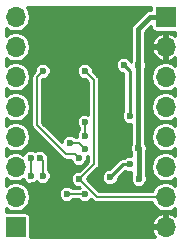
<source format=gbl>
%TF.GenerationSoftware,KiCad,Pcbnew,6.0.0-rc1-unknown-2c0fe8f~66~ubuntu18.04.1*%
%TF.CreationDate,2018-10-10T11:30:18+02:00*%
%TF.ProjectId,stspin220,73747370696E3232302E6B696361645F,rev?*%
%TF.SameCoordinates,Original*%
%TF.FileFunction,Copper,L2,Bot,Signal*%
%TF.FilePolarity,Positive*%
%FSLAX46Y46*%
G04 Gerber Fmt 4.6, Leading zero omitted, Abs format (unit mm)*
G04 Created by KiCad (PCBNEW 6.0.0-rc1-unknown-2c0fe8f~66~ubuntu18.04.1) date Wed Oct 10 11:30:18 2018*
%MOMM*%
%LPD*%
G01*
G04 APERTURE LIST*
%ADD10O,1.700000X1.700000*%
%ADD11R,1.700000X1.700000*%
%ADD12C,0.600000*%
%ADD13C,0.152400*%
%ADD14C,0.279400*%
%ADD15C,0.457200*%
%ADD16C,0.254000*%
G04 APERTURE END LIST*
D10*
X149860000Y-114300000D03*
X149860000Y-111760000D03*
X149860000Y-109220000D03*
X149860000Y-106680000D03*
X149860000Y-104140000D03*
X149860000Y-101600000D03*
X149860000Y-99060000D03*
D11*
X149860000Y-96520000D03*
D10*
X137160000Y-96520000D03*
X137160000Y-99060000D03*
X137160000Y-101600000D03*
X137160000Y-104140000D03*
X137160000Y-106680000D03*
X137160000Y-109220000D03*
X137160000Y-111760000D03*
D11*
X137160000Y-114300000D03*
D12*
X144780000Y-107950000D03*
X144780000Y-106934000D03*
X145796000Y-107950000D03*
X145796000Y-106934000D03*
X139700000Y-96266000D03*
X145288000Y-97790000D03*
X139700000Y-104648000D03*
X142494000Y-109474000D03*
X141986000Y-114300000D03*
X143002000Y-114300000D03*
X147066000Y-114300000D03*
X148082000Y-114300000D03*
X139192000Y-107188000D03*
X144780000Y-99568000D03*
X140970000Y-98044000D03*
X142748000Y-97790000D03*
X138938000Y-113030000D03*
X140462000Y-113030000D03*
X138684000Y-110744000D03*
X138430000Y-100330000D03*
X138430000Y-98298000D03*
X142494000Y-113030000D03*
X143256000Y-112522000D03*
X148844000Y-110490000D03*
X148336000Y-106426000D03*
X148590000Y-100076000D03*
X146050000Y-102108000D03*
X142240000Y-104394000D03*
X148336000Y-104394000D03*
X139446000Y-109982000D03*
X139192000Y-108458000D03*
X143002000Y-105410000D03*
X143002000Y-106606179D03*
X138430000Y-109982000D03*
X138430000Y-108458000D03*
X142494000Y-110236000D03*
X143002000Y-101092000D03*
X142494000Y-108458000D03*
X139446000Y-101092000D03*
X143002000Y-111506000D03*
X141478000Y-111506000D03*
X141732000Y-107188000D03*
X143001215Y-107663390D03*
X146812000Y-108966000D03*
X145139355Y-110087355D03*
X146812000Y-104902000D03*
X146304000Y-100584000D03*
X147574000Y-110236000D03*
X147562024Y-107599890D03*
X147543572Y-100584000D03*
D13*
X139446000Y-109982000D02*
X139446000Y-108712000D01*
X139446000Y-108712000D02*
X139192000Y-108458000D01*
X143002000Y-105410000D02*
X143002000Y-106606179D01*
X138430000Y-109982000D02*
X138430000Y-108458000D01*
X149860000Y-111760000D02*
X144018000Y-111760000D01*
X144018000Y-111760000D02*
X142494000Y-110236000D01*
X142494000Y-110236000D02*
X143764000Y-108966000D01*
X143764000Y-108966000D02*
X143764000Y-101854000D01*
X143764000Y-101854000D02*
X143002000Y-101092000D01*
X138938000Y-101600000D02*
X139446000Y-101092000D01*
X138938000Y-105664000D02*
X138938000Y-101600000D01*
X141432001Y-108158001D02*
X138938000Y-105664000D01*
X142494000Y-108458000D02*
X142194001Y-108158001D01*
X142194001Y-108158001D02*
X141432001Y-108158001D01*
X143002000Y-111506000D02*
X141478000Y-111506000D01*
X142701216Y-107363391D02*
X143001215Y-107663390D01*
X142525825Y-107188000D02*
X142701216Y-107363391D01*
X141732000Y-107188000D02*
X142525825Y-107188000D01*
D14*
X145439354Y-109787356D02*
X145139355Y-110087355D01*
X146260710Y-108966000D02*
X145439354Y-109787356D01*
X146812000Y-108966000D02*
X146260710Y-108966000D01*
X146812000Y-101092000D02*
X146304000Y-100584000D01*
X146812000Y-104902000D02*
X146812000Y-101092000D01*
D15*
X149860000Y-96520000D02*
X148552800Y-96520000D01*
X148552800Y-96520000D02*
X147543572Y-97529228D01*
X147543572Y-107581438D02*
X147562024Y-107599890D01*
X147574000Y-110236000D02*
X147574000Y-107611866D01*
X147574000Y-107611866D02*
X147562024Y-107599890D01*
X147543572Y-102980943D02*
X147543572Y-107581438D01*
X147543572Y-97529228D02*
X147543572Y-100584000D01*
X147543572Y-100584000D02*
X147543572Y-102980943D01*
D16*
G36*
X148621536Y-95910400D02*
X148612836Y-95910400D01*
X148552800Y-95898458D01*
X148492763Y-95910400D01*
X148314946Y-95945770D01*
X148113303Y-96080503D01*
X148079292Y-96131404D01*
X147154978Y-97055719D01*
X147104075Y-97089731D01*
X146969343Y-97291374D01*
X146969342Y-97291375D01*
X146922030Y-97529228D01*
X146933972Y-97589265D01*
X146933973Y-100276163D01*
X146923786Y-100300757D01*
X146881324Y-100198244D01*
X146689756Y-100006676D01*
X146439459Y-99903000D01*
X146168541Y-99903000D01*
X145918244Y-100006676D01*
X145726676Y-100198244D01*
X145623000Y-100448541D01*
X145623000Y-100719459D01*
X145726676Y-100969756D01*
X145918244Y-101161324D01*
X146168541Y-101265000D01*
X146248619Y-101265000D01*
X146291301Y-101307682D01*
X146291300Y-104459620D01*
X146234676Y-104516244D01*
X146131000Y-104766541D01*
X146131000Y-105037459D01*
X146234676Y-105287756D01*
X146426244Y-105479324D01*
X146676541Y-105583000D01*
X146933973Y-105583000D01*
X146933973Y-107336600D01*
X146881024Y-107464431D01*
X146881024Y-107735349D01*
X146964401Y-107936639D01*
X146964401Y-108292017D01*
X146947459Y-108285000D01*
X146676541Y-108285000D01*
X146426244Y-108388676D01*
X146369620Y-108445300D01*
X146311994Y-108445300D01*
X146260710Y-108435099D01*
X146057542Y-108475511D01*
X146001241Y-108513131D01*
X145885306Y-108590596D01*
X145856255Y-108634074D01*
X145107428Y-109382902D01*
X145083975Y-109406355D01*
X145003896Y-109406355D01*
X144753599Y-109510031D01*
X144562031Y-109701599D01*
X144458355Y-109951896D01*
X144458355Y-110222814D01*
X144562031Y-110473111D01*
X144753599Y-110664679D01*
X145003896Y-110768355D01*
X145274814Y-110768355D01*
X145525111Y-110664679D01*
X145716679Y-110473111D01*
X145820355Y-110222814D01*
X145820355Y-110142735D01*
X146423005Y-109540085D01*
X146426244Y-109543324D01*
X146676541Y-109647000D01*
X146947459Y-109647000D01*
X146964400Y-109639983D01*
X146964400Y-109928165D01*
X146893000Y-110100541D01*
X146893000Y-110371459D01*
X146996676Y-110621756D01*
X147188244Y-110813324D01*
X147438541Y-110917000D01*
X147709459Y-110917000D01*
X147959756Y-110813324D01*
X148151324Y-110621756D01*
X148255000Y-110371459D01*
X148255000Y-110100541D01*
X148183600Y-109928165D01*
X148183600Y-107878812D01*
X148243024Y-107735349D01*
X148243024Y-107464431D01*
X148153172Y-107247508D01*
X148153172Y-100891835D01*
X148224572Y-100719459D01*
X148224572Y-100448541D01*
X148153172Y-100276165D01*
X148153172Y-99376980D01*
X148670511Y-99376980D01*
X148794755Y-99676964D01*
X149111944Y-100037652D01*
X149543018Y-100249501D01*
X149733000Y-100189193D01*
X149733000Y-99187000D01*
X148731373Y-99187000D01*
X148670511Y-99376980D01*
X148153172Y-99376980D01*
X148153172Y-98743020D01*
X148670511Y-98743020D01*
X148731373Y-98933000D01*
X149733000Y-98933000D01*
X149733000Y-97930807D01*
X149543018Y-97870499D01*
X149111944Y-98082348D01*
X148794755Y-98443036D01*
X148670511Y-98743020D01*
X148153172Y-98743020D01*
X148153172Y-97781731D01*
X148621536Y-97313368D01*
X148621536Y-97370000D01*
X148651106Y-97518659D01*
X148735314Y-97644686D01*
X148861341Y-97728894D01*
X149010000Y-97758464D01*
X150689000Y-97758464D01*
X150689000Y-98174393D01*
X150608056Y-98082348D01*
X150176982Y-97870499D01*
X149987000Y-97930807D01*
X149987000Y-98933000D01*
X150007000Y-98933000D01*
X150007000Y-99187000D01*
X149987000Y-99187000D01*
X149987000Y-100189193D01*
X150176982Y-100249501D01*
X150608056Y-100037652D01*
X150689000Y-99945607D01*
X150689000Y-100673410D01*
X150340312Y-100440424D01*
X149981239Y-100369000D01*
X149738761Y-100369000D01*
X149379688Y-100440424D01*
X148972499Y-100712499D01*
X148700424Y-101119688D01*
X148604884Y-101600000D01*
X148700424Y-102080312D01*
X148972499Y-102487501D01*
X149379688Y-102759576D01*
X149738761Y-102831000D01*
X149981239Y-102831000D01*
X150340312Y-102759576D01*
X150689000Y-102526590D01*
X150689000Y-103213410D01*
X150340312Y-102980424D01*
X149981239Y-102909000D01*
X149738761Y-102909000D01*
X149379688Y-102980424D01*
X148972499Y-103252499D01*
X148700424Y-103659688D01*
X148604884Y-104140000D01*
X148700424Y-104620312D01*
X148972499Y-105027501D01*
X149379688Y-105299576D01*
X149738761Y-105371000D01*
X149981239Y-105371000D01*
X150340312Y-105299576D01*
X150689000Y-105066590D01*
X150689001Y-105753410D01*
X150340312Y-105520424D01*
X149981239Y-105449000D01*
X149738761Y-105449000D01*
X149379688Y-105520424D01*
X148972499Y-105792499D01*
X148700424Y-106199688D01*
X148604884Y-106680000D01*
X148700424Y-107160312D01*
X148972499Y-107567501D01*
X149379688Y-107839576D01*
X149738761Y-107911000D01*
X149981239Y-107911000D01*
X150340312Y-107839576D01*
X150689001Y-107606590D01*
X150689001Y-108293410D01*
X150340312Y-108060424D01*
X149981239Y-107989000D01*
X149738761Y-107989000D01*
X149379688Y-108060424D01*
X148972499Y-108332499D01*
X148700424Y-108739688D01*
X148604884Y-109220000D01*
X148700424Y-109700312D01*
X148972499Y-110107501D01*
X149379688Y-110379576D01*
X149738761Y-110451000D01*
X149981239Y-110451000D01*
X150340312Y-110379576D01*
X150689001Y-110146590D01*
X150689001Y-110833410D01*
X150340312Y-110600424D01*
X149981239Y-110529000D01*
X149738761Y-110529000D01*
X149379688Y-110600424D01*
X148972499Y-110872499D01*
X148700424Y-111279688D01*
X148695827Y-111302800D01*
X144207378Y-111302800D01*
X143175000Y-110270422D01*
X143175000Y-110201578D01*
X144055449Y-109321130D01*
X144093623Y-109295623D01*
X144194673Y-109144391D01*
X144221200Y-109011030D01*
X144221200Y-109011029D01*
X144230157Y-108966001D01*
X144221200Y-108920971D01*
X144221200Y-101899030D01*
X144230157Y-101854000D01*
X144194673Y-101675609D01*
X144144153Y-101600000D01*
X144093623Y-101524377D01*
X144055449Y-101498870D01*
X143683000Y-101126422D01*
X143683000Y-100956541D01*
X143579324Y-100706244D01*
X143387756Y-100514676D01*
X143137459Y-100411000D01*
X142866541Y-100411000D01*
X142616244Y-100514676D01*
X142424676Y-100706244D01*
X142321000Y-100956541D01*
X142321000Y-101227459D01*
X142424676Y-101477756D01*
X142616244Y-101669324D01*
X142866541Y-101773000D01*
X143036422Y-101773000D01*
X143306801Y-102043380D01*
X143306801Y-104799143D01*
X143137459Y-104729000D01*
X142866541Y-104729000D01*
X142616244Y-104832676D01*
X142424676Y-105024244D01*
X142321000Y-105274541D01*
X142321000Y-105545459D01*
X142424676Y-105795756D01*
X142544800Y-105915880D01*
X142544801Y-106100298D01*
X142424676Y-106220423D01*
X142321000Y-106470720D01*
X142321000Y-106730800D01*
X142237880Y-106730800D01*
X142117756Y-106610676D01*
X141867459Y-106507000D01*
X141596541Y-106507000D01*
X141346244Y-106610676D01*
X141154676Y-106802244D01*
X141051000Y-107052541D01*
X141051000Y-107130421D01*
X139395200Y-105474622D01*
X139395200Y-101789378D01*
X139411578Y-101773000D01*
X139581459Y-101773000D01*
X139831756Y-101669324D01*
X140023324Y-101477756D01*
X140127000Y-101227459D01*
X140127000Y-100956541D01*
X140023324Y-100706244D01*
X139831756Y-100514676D01*
X139581459Y-100411000D01*
X139310541Y-100411000D01*
X139060244Y-100514676D01*
X138868676Y-100706244D01*
X138765000Y-100956541D01*
X138765000Y-101126422D01*
X138646552Y-101244870D01*
X138608378Y-101270377D01*
X138582871Y-101308551D01*
X138582870Y-101308552D01*
X138507327Y-101421610D01*
X138471843Y-101600000D01*
X138480801Y-101645035D01*
X138480800Y-105618970D01*
X138471843Y-105664000D01*
X138480800Y-105709029D01*
X138507327Y-105842390D01*
X138608377Y-105993623D01*
X138646554Y-106019132D01*
X141076870Y-108449449D01*
X141102378Y-108487624D01*
X141140552Y-108513131D01*
X141253610Y-108588674D01*
X141432000Y-108624158D01*
X141477030Y-108615201D01*
X141822006Y-108615201D01*
X141916676Y-108843756D01*
X142108244Y-109035324D01*
X142358541Y-109139000D01*
X142629459Y-109139000D01*
X142879756Y-109035324D01*
X143071324Y-108843756D01*
X143175000Y-108593459D01*
X143175000Y-108328515D01*
X143306800Y-108273922D01*
X143306800Y-108776621D01*
X142528422Y-109555000D01*
X142358541Y-109555000D01*
X142108244Y-109658676D01*
X141916676Y-109850244D01*
X141813000Y-110100541D01*
X141813000Y-110371459D01*
X141916676Y-110621756D01*
X142108244Y-110813324D01*
X142358541Y-110917000D01*
X142528422Y-110917000D01*
X142578171Y-110966749D01*
X142496120Y-111048800D01*
X141983880Y-111048800D01*
X141863756Y-110928676D01*
X141613459Y-110825000D01*
X141342541Y-110825000D01*
X141092244Y-110928676D01*
X140900676Y-111120244D01*
X140797000Y-111370541D01*
X140797000Y-111641459D01*
X140900676Y-111891756D01*
X141092244Y-112083324D01*
X141342541Y-112187000D01*
X141613459Y-112187000D01*
X141863756Y-112083324D01*
X141983880Y-111963200D01*
X142496120Y-111963200D01*
X142616244Y-112083324D01*
X142866541Y-112187000D01*
X143137459Y-112187000D01*
X143387756Y-112083324D01*
X143541251Y-111929829D01*
X143662868Y-112051446D01*
X143688377Y-112089623D01*
X143839609Y-112190673D01*
X143972970Y-112217200D01*
X143972974Y-112217200D01*
X144017999Y-112226156D01*
X144063024Y-112217200D01*
X148695827Y-112217200D01*
X148700424Y-112240312D01*
X148972499Y-112647501D01*
X149379688Y-112919576D01*
X149738761Y-112991000D01*
X149981239Y-112991000D01*
X150340312Y-112919576D01*
X150689001Y-112686590D01*
X150689001Y-113414394D01*
X150608056Y-113322348D01*
X150176982Y-113110499D01*
X149987000Y-113170807D01*
X149987000Y-114173000D01*
X150007000Y-114173000D01*
X150007000Y-114427000D01*
X149987000Y-114427000D01*
X149987000Y-114447000D01*
X149733000Y-114447000D01*
X149733000Y-114427000D01*
X148731373Y-114427000D01*
X148670511Y-114616980D01*
X148794755Y-114916964D01*
X148981219Y-115129000D01*
X138398464Y-115129000D01*
X138398464Y-113983020D01*
X148670511Y-113983020D01*
X148731373Y-114173000D01*
X149733000Y-114173000D01*
X149733000Y-113170807D01*
X149543018Y-113110499D01*
X149111944Y-113322348D01*
X148794755Y-113683036D01*
X148670511Y-113983020D01*
X138398464Y-113983020D01*
X138398464Y-113450000D01*
X138368894Y-113301341D01*
X138284686Y-113175314D01*
X138158659Y-113091106D01*
X138010000Y-113061536D01*
X136331000Y-113061536D01*
X136331000Y-112686590D01*
X136679688Y-112919576D01*
X137038761Y-112991000D01*
X137281239Y-112991000D01*
X137640312Y-112919576D01*
X138047501Y-112647501D01*
X138319576Y-112240312D01*
X138415116Y-111760000D01*
X138319576Y-111279688D01*
X138047501Y-110872499D01*
X137640312Y-110600424D01*
X137281239Y-110529000D01*
X137038761Y-110529000D01*
X136679688Y-110600424D01*
X136331000Y-110833410D01*
X136331000Y-110146590D01*
X136679688Y-110379576D01*
X137038761Y-110451000D01*
X137281239Y-110451000D01*
X137640312Y-110379576D01*
X137810476Y-110265876D01*
X137852676Y-110367756D01*
X138044244Y-110559324D01*
X138294541Y-110663000D01*
X138565459Y-110663000D01*
X138815756Y-110559324D01*
X138938000Y-110437080D01*
X139060244Y-110559324D01*
X139310541Y-110663000D01*
X139581459Y-110663000D01*
X139831756Y-110559324D01*
X140023324Y-110367756D01*
X140127000Y-110117459D01*
X140127000Y-109846541D01*
X140023324Y-109596244D01*
X139903200Y-109476120D01*
X139903200Y-108757029D01*
X139912157Y-108711999D01*
X139876673Y-108533609D01*
X139873000Y-108528112D01*
X139873000Y-108322541D01*
X139769324Y-108072244D01*
X139577756Y-107880676D01*
X139327459Y-107777000D01*
X139056541Y-107777000D01*
X138811000Y-107878706D01*
X138565459Y-107777000D01*
X138294541Y-107777000D01*
X138044244Y-107880676D01*
X137852676Y-108072244D01*
X137810476Y-108174124D01*
X137640312Y-108060424D01*
X137281239Y-107989000D01*
X137038761Y-107989000D01*
X136679688Y-108060424D01*
X136331000Y-108293410D01*
X136331000Y-107606590D01*
X136679688Y-107839576D01*
X137038761Y-107911000D01*
X137281239Y-107911000D01*
X137640312Y-107839576D01*
X138047501Y-107567501D01*
X138319576Y-107160312D01*
X138415116Y-106680000D01*
X138319576Y-106199688D01*
X138047501Y-105792499D01*
X137640312Y-105520424D01*
X137281239Y-105449000D01*
X137038761Y-105449000D01*
X136679688Y-105520424D01*
X136331000Y-105753410D01*
X136331000Y-105066590D01*
X136679688Y-105299576D01*
X137038761Y-105371000D01*
X137281239Y-105371000D01*
X137640312Y-105299576D01*
X138047501Y-105027501D01*
X138319576Y-104620312D01*
X138415116Y-104140000D01*
X138319576Y-103659688D01*
X138047501Y-103252499D01*
X137640312Y-102980424D01*
X137281239Y-102909000D01*
X137038761Y-102909000D01*
X136679688Y-102980424D01*
X136331000Y-103213410D01*
X136331000Y-102526590D01*
X136679688Y-102759576D01*
X137038761Y-102831000D01*
X137281239Y-102831000D01*
X137640312Y-102759576D01*
X138047501Y-102487501D01*
X138319576Y-102080312D01*
X138415116Y-101600000D01*
X138319576Y-101119688D01*
X138047501Y-100712499D01*
X137640312Y-100440424D01*
X137281239Y-100369000D01*
X137038761Y-100369000D01*
X136679688Y-100440424D01*
X136331000Y-100673410D01*
X136331000Y-99986590D01*
X136679688Y-100219576D01*
X137038761Y-100291000D01*
X137281239Y-100291000D01*
X137640312Y-100219576D01*
X138047501Y-99947501D01*
X138319576Y-99540312D01*
X138415116Y-99060000D01*
X138319576Y-98579688D01*
X138047501Y-98172499D01*
X137640312Y-97900424D01*
X137281239Y-97829000D01*
X137038761Y-97829000D01*
X136679688Y-97900424D01*
X136331000Y-98133410D01*
X136331000Y-97446590D01*
X136679688Y-97679576D01*
X137038761Y-97751000D01*
X137281239Y-97751000D01*
X137640312Y-97679576D01*
X138047501Y-97407501D01*
X138319576Y-97000312D01*
X138415116Y-96520000D01*
X138319576Y-96039688D01*
X138086590Y-95691000D01*
X148621536Y-95691000D01*
X148621536Y-95910400D01*
X148621536Y-95910400D01*
G37*
X148621536Y-95910400D02*
X148612836Y-95910400D01*
X148552800Y-95898458D01*
X148492763Y-95910400D01*
X148314946Y-95945770D01*
X148113303Y-96080503D01*
X148079292Y-96131404D01*
X147154978Y-97055719D01*
X147104075Y-97089731D01*
X146969343Y-97291374D01*
X146969342Y-97291375D01*
X146922030Y-97529228D01*
X146933972Y-97589265D01*
X146933973Y-100276163D01*
X146923786Y-100300757D01*
X146881324Y-100198244D01*
X146689756Y-100006676D01*
X146439459Y-99903000D01*
X146168541Y-99903000D01*
X145918244Y-100006676D01*
X145726676Y-100198244D01*
X145623000Y-100448541D01*
X145623000Y-100719459D01*
X145726676Y-100969756D01*
X145918244Y-101161324D01*
X146168541Y-101265000D01*
X146248619Y-101265000D01*
X146291301Y-101307682D01*
X146291300Y-104459620D01*
X146234676Y-104516244D01*
X146131000Y-104766541D01*
X146131000Y-105037459D01*
X146234676Y-105287756D01*
X146426244Y-105479324D01*
X146676541Y-105583000D01*
X146933973Y-105583000D01*
X146933973Y-107336600D01*
X146881024Y-107464431D01*
X146881024Y-107735349D01*
X146964401Y-107936639D01*
X146964401Y-108292017D01*
X146947459Y-108285000D01*
X146676541Y-108285000D01*
X146426244Y-108388676D01*
X146369620Y-108445300D01*
X146311994Y-108445300D01*
X146260710Y-108435099D01*
X146057542Y-108475511D01*
X146001241Y-108513131D01*
X145885306Y-108590596D01*
X145856255Y-108634074D01*
X145107428Y-109382902D01*
X145083975Y-109406355D01*
X145003896Y-109406355D01*
X144753599Y-109510031D01*
X144562031Y-109701599D01*
X144458355Y-109951896D01*
X144458355Y-110222814D01*
X144562031Y-110473111D01*
X144753599Y-110664679D01*
X145003896Y-110768355D01*
X145274814Y-110768355D01*
X145525111Y-110664679D01*
X145716679Y-110473111D01*
X145820355Y-110222814D01*
X145820355Y-110142735D01*
X146423005Y-109540085D01*
X146426244Y-109543324D01*
X146676541Y-109647000D01*
X146947459Y-109647000D01*
X146964400Y-109639983D01*
X146964400Y-109928165D01*
X146893000Y-110100541D01*
X146893000Y-110371459D01*
X146996676Y-110621756D01*
X147188244Y-110813324D01*
X147438541Y-110917000D01*
X147709459Y-110917000D01*
X147959756Y-110813324D01*
X148151324Y-110621756D01*
X148255000Y-110371459D01*
X148255000Y-110100541D01*
X148183600Y-109928165D01*
X148183600Y-107878812D01*
X148243024Y-107735349D01*
X148243024Y-107464431D01*
X148153172Y-107247508D01*
X148153172Y-100891835D01*
X148224572Y-100719459D01*
X148224572Y-100448541D01*
X148153172Y-100276165D01*
X148153172Y-99376980D01*
X148670511Y-99376980D01*
X148794755Y-99676964D01*
X149111944Y-100037652D01*
X149543018Y-100249501D01*
X149733000Y-100189193D01*
X149733000Y-99187000D01*
X148731373Y-99187000D01*
X148670511Y-99376980D01*
X148153172Y-99376980D01*
X148153172Y-98743020D01*
X148670511Y-98743020D01*
X148731373Y-98933000D01*
X149733000Y-98933000D01*
X149733000Y-97930807D01*
X149543018Y-97870499D01*
X149111944Y-98082348D01*
X148794755Y-98443036D01*
X148670511Y-98743020D01*
X148153172Y-98743020D01*
X148153172Y-97781731D01*
X148621536Y-97313368D01*
X148621536Y-97370000D01*
X148651106Y-97518659D01*
X148735314Y-97644686D01*
X148861341Y-97728894D01*
X149010000Y-97758464D01*
X150689000Y-97758464D01*
X150689000Y-98174393D01*
X150608056Y-98082348D01*
X150176982Y-97870499D01*
X149987000Y-97930807D01*
X149987000Y-98933000D01*
X150007000Y-98933000D01*
X150007000Y-99187000D01*
X149987000Y-99187000D01*
X149987000Y-100189193D01*
X150176982Y-100249501D01*
X150608056Y-100037652D01*
X150689000Y-99945607D01*
X150689000Y-100673410D01*
X150340312Y-100440424D01*
X149981239Y-100369000D01*
X149738761Y-100369000D01*
X149379688Y-100440424D01*
X148972499Y-100712499D01*
X148700424Y-101119688D01*
X148604884Y-101600000D01*
X148700424Y-102080312D01*
X148972499Y-102487501D01*
X149379688Y-102759576D01*
X149738761Y-102831000D01*
X149981239Y-102831000D01*
X150340312Y-102759576D01*
X150689000Y-102526590D01*
X150689000Y-103213410D01*
X150340312Y-102980424D01*
X149981239Y-102909000D01*
X149738761Y-102909000D01*
X149379688Y-102980424D01*
X148972499Y-103252499D01*
X148700424Y-103659688D01*
X148604884Y-104140000D01*
X148700424Y-104620312D01*
X148972499Y-105027501D01*
X149379688Y-105299576D01*
X149738761Y-105371000D01*
X149981239Y-105371000D01*
X150340312Y-105299576D01*
X150689000Y-105066590D01*
X150689001Y-105753410D01*
X150340312Y-105520424D01*
X149981239Y-105449000D01*
X149738761Y-105449000D01*
X149379688Y-105520424D01*
X148972499Y-105792499D01*
X148700424Y-106199688D01*
X148604884Y-106680000D01*
X148700424Y-107160312D01*
X148972499Y-107567501D01*
X149379688Y-107839576D01*
X149738761Y-107911000D01*
X149981239Y-107911000D01*
X150340312Y-107839576D01*
X150689001Y-107606590D01*
X150689001Y-108293410D01*
X150340312Y-108060424D01*
X149981239Y-107989000D01*
X149738761Y-107989000D01*
X149379688Y-108060424D01*
X148972499Y-108332499D01*
X148700424Y-108739688D01*
X148604884Y-109220000D01*
X148700424Y-109700312D01*
X148972499Y-110107501D01*
X149379688Y-110379576D01*
X149738761Y-110451000D01*
X149981239Y-110451000D01*
X150340312Y-110379576D01*
X150689001Y-110146590D01*
X150689001Y-110833410D01*
X150340312Y-110600424D01*
X149981239Y-110529000D01*
X149738761Y-110529000D01*
X149379688Y-110600424D01*
X148972499Y-110872499D01*
X148700424Y-111279688D01*
X148695827Y-111302800D01*
X144207378Y-111302800D01*
X143175000Y-110270422D01*
X143175000Y-110201578D01*
X144055449Y-109321130D01*
X144093623Y-109295623D01*
X144194673Y-109144391D01*
X144221200Y-109011030D01*
X144221200Y-109011029D01*
X144230157Y-108966001D01*
X144221200Y-108920971D01*
X144221200Y-101899030D01*
X144230157Y-101854000D01*
X144194673Y-101675609D01*
X144144153Y-101600000D01*
X144093623Y-101524377D01*
X144055449Y-101498870D01*
X143683000Y-101126422D01*
X143683000Y-100956541D01*
X143579324Y-100706244D01*
X143387756Y-100514676D01*
X143137459Y-100411000D01*
X142866541Y-100411000D01*
X142616244Y-100514676D01*
X142424676Y-100706244D01*
X142321000Y-100956541D01*
X142321000Y-101227459D01*
X142424676Y-101477756D01*
X142616244Y-101669324D01*
X142866541Y-101773000D01*
X143036422Y-101773000D01*
X143306801Y-102043380D01*
X143306801Y-104799143D01*
X143137459Y-104729000D01*
X142866541Y-104729000D01*
X142616244Y-104832676D01*
X142424676Y-105024244D01*
X142321000Y-105274541D01*
X142321000Y-105545459D01*
X142424676Y-105795756D01*
X142544800Y-105915880D01*
X142544801Y-106100298D01*
X142424676Y-106220423D01*
X142321000Y-106470720D01*
X142321000Y-106730800D01*
X142237880Y-106730800D01*
X142117756Y-106610676D01*
X141867459Y-106507000D01*
X141596541Y-106507000D01*
X141346244Y-106610676D01*
X141154676Y-106802244D01*
X141051000Y-107052541D01*
X141051000Y-107130421D01*
X139395200Y-105474622D01*
X139395200Y-101789378D01*
X139411578Y-101773000D01*
X139581459Y-101773000D01*
X139831756Y-101669324D01*
X140023324Y-101477756D01*
X140127000Y-101227459D01*
X140127000Y-100956541D01*
X140023324Y-100706244D01*
X139831756Y-100514676D01*
X139581459Y-100411000D01*
X139310541Y-100411000D01*
X139060244Y-100514676D01*
X138868676Y-100706244D01*
X138765000Y-100956541D01*
X138765000Y-101126422D01*
X138646552Y-101244870D01*
X138608378Y-101270377D01*
X138582871Y-101308551D01*
X138582870Y-101308552D01*
X138507327Y-101421610D01*
X138471843Y-101600000D01*
X138480801Y-101645035D01*
X138480800Y-105618970D01*
X138471843Y-105664000D01*
X138480800Y-105709029D01*
X138507327Y-105842390D01*
X138608377Y-105993623D01*
X138646554Y-106019132D01*
X141076870Y-108449449D01*
X141102378Y-108487624D01*
X141140552Y-108513131D01*
X141253610Y-108588674D01*
X141432000Y-108624158D01*
X141477030Y-108615201D01*
X141822006Y-108615201D01*
X141916676Y-108843756D01*
X142108244Y-109035324D01*
X142358541Y-109139000D01*
X142629459Y-109139000D01*
X142879756Y-109035324D01*
X143071324Y-108843756D01*
X143175000Y-108593459D01*
X143175000Y-108328515D01*
X143306800Y-108273922D01*
X143306800Y-108776621D01*
X142528422Y-109555000D01*
X142358541Y-109555000D01*
X142108244Y-109658676D01*
X141916676Y-109850244D01*
X141813000Y-110100541D01*
X141813000Y-110371459D01*
X141916676Y-110621756D01*
X142108244Y-110813324D01*
X142358541Y-110917000D01*
X142528422Y-110917000D01*
X142578171Y-110966749D01*
X142496120Y-111048800D01*
X141983880Y-111048800D01*
X141863756Y-110928676D01*
X141613459Y-110825000D01*
X141342541Y-110825000D01*
X141092244Y-110928676D01*
X140900676Y-111120244D01*
X140797000Y-111370541D01*
X140797000Y-111641459D01*
X140900676Y-111891756D01*
X141092244Y-112083324D01*
X141342541Y-112187000D01*
X141613459Y-112187000D01*
X141863756Y-112083324D01*
X141983880Y-111963200D01*
X142496120Y-111963200D01*
X142616244Y-112083324D01*
X142866541Y-112187000D01*
X143137459Y-112187000D01*
X143387756Y-112083324D01*
X143541251Y-111929829D01*
X143662868Y-112051446D01*
X143688377Y-112089623D01*
X143839609Y-112190673D01*
X143972970Y-112217200D01*
X143972974Y-112217200D01*
X144017999Y-112226156D01*
X144063024Y-112217200D01*
X148695827Y-112217200D01*
X148700424Y-112240312D01*
X148972499Y-112647501D01*
X149379688Y-112919576D01*
X149738761Y-112991000D01*
X149981239Y-112991000D01*
X150340312Y-112919576D01*
X150689001Y-112686590D01*
X150689001Y-113414394D01*
X150608056Y-113322348D01*
X150176982Y-113110499D01*
X149987000Y-113170807D01*
X149987000Y-114173000D01*
X150007000Y-114173000D01*
X150007000Y-114427000D01*
X149987000Y-114427000D01*
X149987000Y-114447000D01*
X149733000Y-114447000D01*
X149733000Y-114427000D01*
X148731373Y-114427000D01*
X148670511Y-114616980D01*
X148794755Y-114916964D01*
X148981219Y-115129000D01*
X138398464Y-115129000D01*
X138398464Y-113983020D01*
X148670511Y-113983020D01*
X148731373Y-114173000D01*
X149733000Y-114173000D01*
X149733000Y-113170807D01*
X149543018Y-113110499D01*
X149111944Y-113322348D01*
X148794755Y-113683036D01*
X148670511Y-113983020D01*
X138398464Y-113983020D01*
X138398464Y-113450000D01*
X138368894Y-113301341D01*
X138284686Y-113175314D01*
X138158659Y-113091106D01*
X138010000Y-113061536D01*
X136331000Y-113061536D01*
X136331000Y-112686590D01*
X136679688Y-112919576D01*
X137038761Y-112991000D01*
X137281239Y-112991000D01*
X137640312Y-112919576D01*
X138047501Y-112647501D01*
X138319576Y-112240312D01*
X138415116Y-111760000D01*
X138319576Y-111279688D01*
X138047501Y-110872499D01*
X137640312Y-110600424D01*
X137281239Y-110529000D01*
X137038761Y-110529000D01*
X136679688Y-110600424D01*
X136331000Y-110833410D01*
X136331000Y-110146590D01*
X136679688Y-110379576D01*
X137038761Y-110451000D01*
X137281239Y-110451000D01*
X137640312Y-110379576D01*
X137810476Y-110265876D01*
X137852676Y-110367756D01*
X138044244Y-110559324D01*
X138294541Y-110663000D01*
X138565459Y-110663000D01*
X138815756Y-110559324D01*
X138938000Y-110437080D01*
X139060244Y-110559324D01*
X139310541Y-110663000D01*
X139581459Y-110663000D01*
X139831756Y-110559324D01*
X140023324Y-110367756D01*
X140127000Y-110117459D01*
X140127000Y-109846541D01*
X140023324Y-109596244D01*
X139903200Y-109476120D01*
X139903200Y-108757029D01*
X139912157Y-108711999D01*
X139876673Y-108533609D01*
X139873000Y-108528112D01*
X139873000Y-108322541D01*
X139769324Y-108072244D01*
X139577756Y-107880676D01*
X139327459Y-107777000D01*
X139056541Y-107777000D01*
X138811000Y-107878706D01*
X138565459Y-107777000D01*
X138294541Y-107777000D01*
X138044244Y-107880676D01*
X137852676Y-108072244D01*
X137810476Y-108174124D01*
X137640312Y-108060424D01*
X137281239Y-107989000D01*
X137038761Y-107989000D01*
X136679688Y-108060424D01*
X136331000Y-108293410D01*
X136331000Y-107606590D01*
X136679688Y-107839576D01*
X137038761Y-107911000D01*
X137281239Y-107911000D01*
X137640312Y-107839576D01*
X138047501Y-107567501D01*
X138319576Y-107160312D01*
X138415116Y-106680000D01*
X138319576Y-106199688D01*
X138047501Y-105792499D01*
X137640312Y-105520424D01*
X137281239Y-105449000D01*
X137038761Y-105449000D01*
X136679688Y-105520424D01*
X136331000Y-105753410D01*
X136331000Y-105066590D01*
X136679688Y-105299576D01*
X137038761Y-105371000D01*
X137281239Y-105371000D01*
X137640312Y-105299576D01*
X138047501Y-105027501D01*
X138319576Y-104620312D01*
X138415116Y-104140000D01*
X138319576Y-103659688D01*
X138047501Y-103252499D01*
X137640312Y-102980424D01*
X137281239Y-102909000D01*
X137038761Y-102909000D01*
X136679688Y-102980424D01*
X136331000Y-103213410D01*
X136331000Y-102526590D01*
X136679688Y-102759576D01*
X137038761Y-102831000D01*
X137281239Y-102831000D01*
X137640312Y-102759576D01*
X138047501Y-102487501D01*
X138319576Y-102080312D01*
X138415116Y-101600000D01*
X138319576Y-101119688D01*
X138047501Y-100712499D01*
X137640312Y-100440424D01*
X137281239Y-100369000D01*
X137038761Y-100369000D01*
X136679688Y-100440424D01*
X136331000Y-100673410D01*
X136331000Y-99986590D01*
X136679688Y-100219576D01*
X137038761Y-100291000D01*
X137281239Y-100291000D01*
X137640312Y-100219576D01*
X138047501Y-99947501D01*
X138319576Y-99540312D01*
X138415116Y-99060000D01*
X138319576Y-98579688D01*
X138047501Y-98172499D01*
X137640312Y-97900424D01*
X137281239Y-97829000D01*
X137038761Y-97829000D01*
X136679688Y-97900424D01*
X136331000Y-98133410D01*
X136331000Y-97446590D01*
X136679688Y-97679576D01*
X137038761Y-97751000D01*
X137281239Y-97751000D01*
X137640312Y-97679576D01*
X138047501Y-97407501D01*
X138319576Y-97000312D01*
X138415116Y-96520000D01*
X138319576Y-96039688D01*
X138086590Y-95691000D01*
X148621536Y-95691000D01*
X148621536Y-95910400D01*
M02*

</source>
